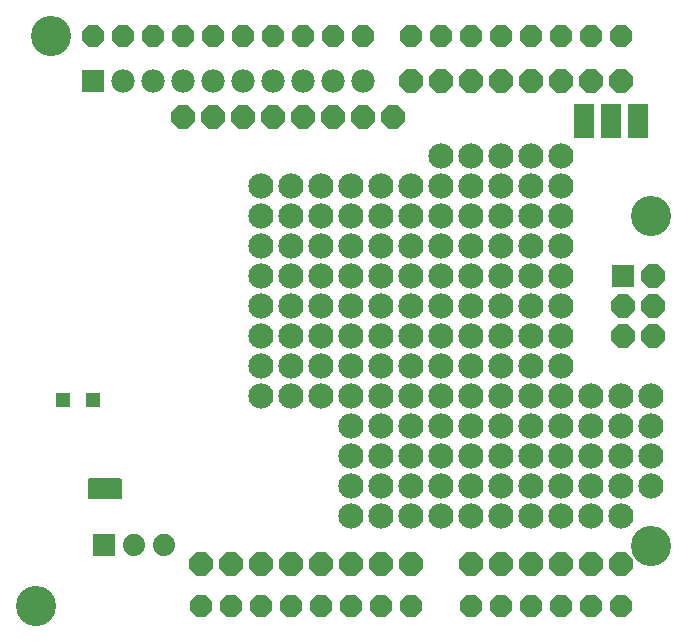
<source format=gbr>
G04 EAGLE Gerber RS-274X export*
G75*
%MOMM*%
%FSLAX34Y34*%
%LPD*%
%INSoldermask Bottom*%
%IPPOS*%
%AMOC8*
5,1,8,0,0,1.08239X$1,22.5*%
G01*
%ADD10C,3.403200*%
%ADD11R,1.371600X1.803400*%
%ADD12R,0.838200X0.406400*%
%ADD13R,1.203200X1.203200*%
%ADD14R,1.879600X1.879600*%
%ADD15C,1.879600*%
%ADD16P,2.034460X8X22.500000*%
%ADD17P,2.144431X8X22.500000*%
%ADD18R,1.981200X1.981200*%
%ADD19C,1.981200*%
%ADD20P,2.144431X8X112.500000*%
%ADD21P,2.144431X8X292.500000*%
%ADD22R,1.651000X2.921000*%
%ADD23C,2.133600*%

G36*
X210358Y115366D02*
X210358Y115366D01*
X210477Y115373D01*
X210515Y115386D01*
X210556Y115391D01*
X210666Y115434D01*
X210779Y115471D01*
X210814Y115493D01*
X210851Y115508D01*
X210947Y115578D01*
X211048Y115641D01*
X211076Y115671D01*
X211109Y115694D01*
X211185Y115786D01*
X211266Y115873D01*
X211286Y115908D01*
X211311Y115939D01*
X211362Y116047D01*
X211420Y116151D01*
X211430Y116191D01*
X211447Y116227D01*
X211469Y116344D01*
X211499Y116459D01*
X211503Y116520D01*
X211507Y116540D01*
X211505Y116560D01*
X211509Y116620D01*
X211509Y131860D01*
X211494Y131978D01*
X211487Y132097D01*
X211474Y132135D01*
X211469Y132176D01*
X211426Y132286D01*
X211389Y132399D01*
X211367Y132434D01*
X211352Y132471D01*
X211283Y132567D01*
X211219Y132668D01*
X211189Y132696D01*
X211166Y132729D01*
X211074Y132805D01*
X210987Y132886D01*
X210952Y132906D01*
X210921Y132931D01*
X210813Y132982D01*
X210709Y133040D01*
X210669Y133050D01*
X210633Y133067D01*
X210516Y133089D01*
X210401Y133119D01*
X210341Y133123D01*
X210321Y133127D01*
X210300Y133125D01*
X210240Y133129D01*
X184840Y133129D01*
X184722Y133114D01*
X184603Y133107D01*
X184565Y133094D01*
X184524Y133089D01*
X184414Y133046D01*
X184301Y133009D01*
X184266Y132987D01*
X184229Y132972D01*
X184133Y132903D01*
X184032Y132839D01*
X184004Y132809D01*
X183971Y132786D01*
X183896Y132694D01*
X183814Y132607D01*
X183794Y132572D01*
X183769Y132541D01*
X183718Y132433D01*
X183660Y132329D01*
X183650Y132289D01*
X183633Y132253D01*
X183611Y132136D01*
X183581Y132021D01*
X183577Y131961D01*
X183573Y131941D01*
X183574Y131934D01*
X183573Y131932D01*
X183574Y131916D01*
X183571Y131860D01*
X183571Y116620D01*
X183586Y116502D01*
X183593Y116383D01*
X183606Y116345D01*
X183611Y116304D01*
X183654Y116194D01*
X183691Y116081D01*
X183713Y116046D01*
X183728Y116009D01*
X183798Y115913D01*
X183861Y115812D01*
X183891Y115784D01*
X183914Y115751D01*
X184006Y115676D01*
X184093Y115594D01*
X184128Y115574D01*
X184159Y115549D01*
X184267Y115498D01*
X184371Y115440D01*
X184411Y115430D01*
X184447Y115413D01*
X184564Y115391D01*
X184679Y115361D01*
X184740Y115357D01*
X184760Y115353D01*
X184780Y115355D01*
X184840Y115351D01*
X210240Y115351D01*
X210358Y115366D01*
G37*
D10*
X152400Y508000D03*
X139700Y25400D03*
X660400Y76200D03*
X660400Y355600D03*
D11*
X205160Y124240D03*
X189920Y124240D03*
D12*
X197540Y124240D03*
D13*
X162540Y199240D03*
X187540Y199240D03*
D14*
X197140Y77100D03*
D15*
X222540Y77100D03*
X247940Y77100D03*
D16*
X533400Y508000D03*
X508000Y25400D03*
X558800Y508000D03*
X584200Y508000D03*
X609600Y508000D03*
X635000Y508000D03*
X508000Y508000D03*
X482600Y508000D03*
X457200Y508000D03*
X416560Y508000D03*
X391160Y508000D03*
X365760Y508000D03*
X340360Y508000D03*
X314960Y508000D03*
X289560Y508000D03*
X264160Y508000D03*
X238760Y508000D03*
X533400Y25400D03*
X558800Y25400D03*
X584200Y25400D03*
X609600Y25400D03*
X635000Y25400D03*
X457200Y25400D03*
X431800Y25400D03*
X406400Y25400D03*
X381000Y25400D03*
X355600Y25400D03*
X330200Y25400D03*
X213360Y508000D03*
X187960Y508000D03*
X304800Y25400D03*
X279400Y25400D03*
D17*
X661670Y279400D03*
X636270Y279400D03*
D18*
X636270Y304800D03*
D17*
X661670Y304800D03*
X661670Y254000D03*
X636270Y254000D03*
D18*
X187960Y469900D03*
D19*
X213360Y469900D03*
X238760Y469900D03*
X264160Y469900D03*
X289560Y469900D03*
X314960Y469900D03*
X340360Y469900D03*
X365760Y469900D03*
X391160Y469900D03*
X416560Y469900D03*
D20*
X457200Y469900D03*
X482600Y469900D03*
X508000Y469900D03*
X533400Y469900D03*
X558800Y469900D03*
X584200Y469900D03*
X609600Y469900D03*
X635000Y469900D03*
D21*
X457200Y60960D03*
X431800Y60960D03*
X406400Y60960D03*
X381000Y60960D03*
X355600Y60960D03*
X330200Y60960D03*
X304800Y60960D03*
X279400Y60960D03*
X635000Y60960D03*
X609600Y60960D03*
X584200Y60960D03*
X558800Y60960D03*
X533400Y60960D03*
X508000Y60960D03*
D20*
X264160Y439420D03*
X289560Y439420D03*
X314960Y439420D03*
X340360Y439420D03*
X365760Y439420D03*
X391160Y439420D03*
X416560Y439420D03*
X441960Y439420D03*
D22*
X648970Y435610D03*
X603250Y435610D03*
X626110Y435610D03*
D23*
X381000Y254000D03*
X381000Y304800D03*
X406400Y330200D03*
X406400Y304800D03*
X406400Y254000D03*
X406400Y228600D03*
X406400Y203200D03*
X406400Y177800D03*
X431800Y177800D03*
X431800Y203200D03*
X431800Y228600D03*
X431800Y254000D03*
X431800Y279400D03*
X431800Y304800D03*
X457200Y177800D03*
X457200Y203200D03*
X457200Y228600D03*
X457200Y254000D03*
X457200Y279400D03*
X457200Y304800D03*
X482600Y304800D03*
X482600Y279400D03*
X482600Y254000D03*
X482600Y228600D03*
X482600Y203200D03*
X508000Y177800D03*
X508000Y203200D03*
X508000Y228600D03*
X508000Y254000D03*
X508000Y279400D03*
X508000Y304800D03*
X533400Y177800D03*
X533400Y203200D03*
X533400Y228600D03*
X533400Y254000D03*
X533400Y279400D03*
X533400Y304800D03*
X533400Y330200D03*
X558800Y304800D03*
X558800Y279400D03*
X558800Y254000D03*
X558800Y228600D03*
X558800Y203200D03*
X558800Y177800D03*
X584200Y177800D03*
X584200Y203200D03*
X584200Y228600D03*
X584200Y254000D03*
X584200Y279400D03*
X584200Y304800D03*
X584200Y330200D03*
X482600Y177800D03*
X584200Y355600D03*
X558800Y355600D03*
X558800Y330200D03*
X533400Y355600D03*
X381000Y228600D03*
X406400Y152400D03*
X431800Y152400D03*
X381000Y279400D03*
X406400Y279400D03*
X431800Y330200D03*
X457200Y355600D03*
X457200Y330200D03*
X482600Y355600D03*
X482600Y330200D03*
X508000Y330200D03*
X508000Y355600D03*
X431800Y355600D03*
X381000Y355600D03*
X381000Y330200D03*
X609600Y203200D03*
X609600Y177800D03*
X482600Y152400D03*
X508000Y152400D03*
X533400Y152400D03*
X558800Y152400D03*
X584200Y152400D03*
X609600Y152400D03*
X406400Y355600D03*
X457200Y152400D03*
X381000Y203200D03*
X431800Y127000D03*
X457200Y127000D03*
X482600Y127000D03*
X508000Y127000D03*
X533400Y127000D03*
X558800Y127000D03*
X584200Y127000D03*
X609600Y127000D03*
X584200Y101600D03*
X558800Y101600D03*
X533400Y101600D03*
X508000Y101600D03*
X482600Y101600D03*
X355600Y355600D03*
X355600Y330200D03*
X355600Y304800D03*
X355600Y279400D03*
X355600Y254000D03*
X355600Y228600D03*
X355600Y203200D03*
X457200Y101600D03*
X431800Y101600D03*
X609600Y101600D03*
X431800Y381000D03*
X457200Y381000D03*
X482600Y381000D03*
X508000Y381000D03*
X533400Y381000D03*
X558800Y381000D03*
X584200Y381000D03*
X381000Y381000D03*
X406400Y381000D03*
X355600Y381000D03*
X482600Y406400D03*
X508000Y406400D03*
X533400Y406400D03*
X558800Y406400D03*
X584200Y406400D03*
X635000Y203200D03*
X660400Y203200D03*
X660400Y177800D03*
X635000Y177800D03*
X635000Y152400D03*
X660400Y152400D03*
X660400Y127000D03*
X635000Y127000D03*
X635000Y101600D03*
X330200Y381000D03*
X330200Y355600D03*
X330200Y330200D03*
X330200Y304800D03*
X330200Y279400D03*
X330200Y254000D03*
X330200Y228600D03*
X330200Y203200D03*
X406400Y127000D03*
X406400Y101600D03*
M02*

</source>
